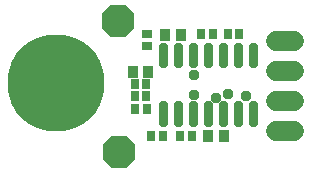
<source format=gbr>
G04 EAGLE Gerber RS-274X export*
G75*
%MOMM*%
%FSLAX34Y34*%
%LPD*%
%INSoldermask Top*%
%IPPOS*%
%AMOC8*
5,1,8,0,0,1.08239X$1,22.5*%
G01*
%ADD10C,0.506016*%
%ADD11R,0.803200X0.903200*%
%ADD12R,0.903200X0.803200*%
%ADD13R,0.903200X1.103200*%
%ADD14C,1.727200*%
%ADD15P,2.982959X8X112.500000*%
%ADD16C,8.203200*%
%ADD17P,2.982959X8X22.500000*%
%ADD18C,0.959600*%


D10*
X230086Y237586D02*
X230086Y220914D01*
X227114Y220914D01*
X227114Y237586D01*
X230086Y237586D01*
X230086Y225721D02*
X227114Y225721D01*
X227114Y230528D02*
X230086Y230528D01*
X230086Y235335D02*
X227114Y235335D01*
X242786Y237586D02*
X242786Y220914D01*
X239814Y220914D01*
X239814Y237586D01*
X242786Y237586D01*
X242786Y225721D02*
X239814Y225721D01*
X239814Y230528D02*
X242786Y230528D01*
X242786Y235335D02*
X239814Y235335D01*
X255486Y237586D02*
X255486Y220914D01*
X252514Y220914D01*
X252514Y237586D01*
X255486Y237586D01*
X255486Y225721D02*
X252514Y225721D01*
X252514Y230528D02*
X255486Y230528D01*
X255486Y235335D02*
X252514Y235335D01*
X268186Y237586D02*
X268186Y220914D01*
X265214Y220914D01*
X265214Y237586D01*
X268186Y237586D01*
X268186Y225721D02*
X265214Y225721D01*
X265214Y230528D02*
X268186Y230528D01*
X268186Y235335D02*
X265214Y235335D01*
X280886Y237586D02*
X280886Y220914D01*
X277914Y220914D01*
X277914Y237586D01*
X280886Y237586D01*
X280886Y225721D02*
X277914Y225721D01*
X277914Y230528D02*
X280886Y230528D01*
X280886Y235335D02*
X277914Y235335D01*
X293586Y237586D02*
X293586Y220914D01*
X290614Y220914D01*
X290614Y237586D01*
X293586Y237586D01*
X293586Y225721D02*
X290614Y225721D01*
X290614Y230528D02*
X293586Y230528D01*
X293586Y235335D02*
X290614Y235335D01*
X306286Y237586D02*
X306286Y220914D01*
X303314Y220914D01*
X303314Y237586D01*
X306286Y237586D01*
X306286Y225721D02*
X303314Y225721D01*
X303314Y230528D02*
X306286Y230528D01*
X306286Y235335D02*
X303314Y235335D01*
X306286Y270414D02*
X306286Y287086D01*
X306286Y270414D02*
X303314Y270414D01*
X303314Y287086D01*
X306286Y287086D01*
X306286Y275221D02*
X303314Y275221D01*
X303314Y280028D02*
X306286Y280028D01*
X306286Y284835D02*
X303314Y284835D01*
X293586Y287086D02*
X293586Y270414D01*
X290614Y270414D01*
X290614Y287086D01*
X293586Y287086D01*
X293586Y275221D02*
X290614Y275221D01*
X290614Y280028D02*
X293586Y280028D01*
X293586Y284835D02*
X290614Y284835D01*
X280886Y287086D02*
X280886Y270414D01*
X277914Y270414D01*
X277914Y287086D01*
X280886Y287086D01*
X280886Y275221D02*
X277914Y275221D01*
X277914Y280028D02*
X280886Y280028D01*
X280886Y284835D02*
X277914Y284835D01*
X268186Y287086D02*
X268186Y270414D01*
X265214Y270414D01*
X265214Y287086D01*
X268186Y287086D01*
X268186Y275221D02*
X265214Y275221D01*
X265214Y280028D02*
X268186Y280028D01*
X268186Y284835D02*
X265214Y284835D01*
X255486Y287086D02*
X255486Y270414D01*
X252514Y270414D01*
X252514Y287086D01*
X255486Y287086D01*
X255486Y275221D02*
X252514Y275221D01*
X252514Y280028D02*
X255486Y280028D01*
X255486Y284835D02*
X252514Y284835D01*
X242786Y287086D02*
X242786Y270414D01*
X239814Y270414D01*
X239814Y287086D01*
X242786Y287086D01*
X242786Y275221D02*
X239814Y275221D01*
X239814Y280028D02*
X242786Y280028D01*
X242786Y284835D02*
X239814Y284835D01*
X230086Y287086D02*
X230086Y270414D01*
X227114Y270414D01*
X227114Y287086D01*
X230086Y287086D01*
X230086Y275221D02*
X227114Y275221D01*
X227114Y280028D02*
X230086Y280028D01*
X230086Y284835D02*
X227114Y284835D01*
D11*
X214296Y233426D03*
X204296Y233426D03*
X252650Y210820D03*
X242650Y210820D03*
X228266Y210566D03*
X218266Y210566D03*
X204042Y244094D03*
X214042Y244094D03*
X282782Y296926D03*
X292782Y296926D03*
X260430Y296672D03*
X270430Y296672D03*
X214042Y254508D03*
X204042Y254508D03*
D12*
X214376Y296592D03*
X214376Y286592D03*
D13*
X202542Y264922D03*
X215542Y264922D03*
X242974Y296418D03*
X229974Y296418D03*
X279550Y210820D03*
X266550Y210820D03*
D14*
X323596Y290830D02*
X338836Y290830D01*
X338836Y265430D02*
X323596Y265430D01*
X323596Y240030D02*
X338836Y240030D01*
X338836Y214630D02*
X323596Y214630D01*
D15*
X190754Y196850D03*
D16*
X137414Y255524D03*
D17*
X190246Y307848D03*
D18*
X298196Y244122D03*
X254000Y245110D03*
X273304Y242570D03*
X283464Y245872D03*
X254508Y262128D03*
M02*

</source>
